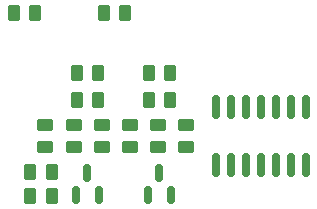
<source format=gbr>
%TF.GenerationSoftware,KiCad,Pcbnew,(6.0.0-0)*%
%TF.CreationDate,2022-11-10T22:51:00-05:00*%
%TF.ProjectId,VCA,5643412e-6b69-4636-9164-5f7063625858,rev?*%
%TF.SameCoordinates,Original*%
%TF.FileFunction,Paste,Bot*%
%TF.FilePolarity,Positive*%
%FSLAX46Y46*%
G04 Gerber Fmt 4.6, Leading zero omitted, Abs format (unit mm)*
G04 Created by KiCad (PCBNEW (6.0.0-0)) date 2022-11-10 22:51:00*
%MOMM*%
%LPD*%
G01*
G04 APERTURE LIST*
G04 Aperture macros list*
%AMRoundRect*
0 Rectangle with rounded corners*
0 $1 Rounding radius*
0 $2 $3 $4 $5 $6 $7 $8 $9 X,Y pos of 4 corners*
0 Add a 4 corners polygon primitive as box body*
4,1,4,$2,$3,$4,$5,$6,$7,$8,$9,$2,$3,0*
0 Add four circle primitives for the rounded corners*
1,1,$1+$1,$2,$3*
1,1,$1+$1,$4,$5*
1,1,$1+$1,$6,$7*
1,1,$1+$1,$8,$9*
0 Add four rect primitives between the rounded corners*
20,1,$1+$1,$2,$3,$4,$5,0*
20,1,$1+$1,$4,$5,$6,$7,0*
20,1,$1+$1,$6,$7,$8,$9,0*
20,1,$1+$1,$8,$9,$2,$3,0*%
G04 Aperture macros list end*
%ADD10RoundRect,0.250000X-0.262500X-0.450000X0.262500X-0.450000X0.262500X0.450000X-0.262500X0.450000X0*%
%ADD11RoundRect,0.250000X0.450000X-0.262500X0.450000X0.262500X-0.450000X0.262500X-0.450000X-0.262500X0*%
%ADD12RoundRect,0.250000X-0.450000X0.262500X-0.450000X-0.262500X0.450000X-0.262500X0.450000X0.262500X0*%
%ADD13RoundRect,0.150000X0.150000X-0.587500X0.150000X0.587500X-0.150000X0.587500X-0.150000X-0.587500X0*%
%ADD14RoundRect,0.250000X0.262500X0.450000X-0.262500X0.450000X-0.262500X-0.450000X0.262500X-0.450000X0*%
%ADD15RoundRect,0.150000X0.150000X-0.825000X0.150000X0.825000X-0.150000X0.825000X-0.150000X-0.825000X0*%
G04 APERTURE END LIST*
D10*
%TO.C,R1*%
X119344072Y-116973000D03*
X121169072Y-116973000D03*
%TD*%
D11*
%TO.C,R10*%
X114414572Y-128299500D03*
X114414572Y-126474500D03*
%TD*%
D12*
%TO.C,R7*%
X119189772Y-126474500D03*
X119189772Y-128299500D03*
%TD*%
D13*
%TO.C,Q2*%
X118920572Y-132388500D03*
X117020572Y-132388500D03*
X117970572Y-130513500D03*
%TD*%
D12*
%TO.C,R6*%
X121577372Y-126474500D03*
X121577372Y-128299500D03*
%TD*%
D14*
%TO.C,R14*%
X114969572Y-130435000D03*
X113144572Y-130435000D03*
%TD*%
D10*
%TO.C,R11*%
X117058072Y-122053000D03*
X118883072Y-122053000D03*
%TD*%
D11*
%TO.C,R9*%
X116802172Y-128299500D03*
X116802172Y-126474500D03*
%TD*%
%TO.C,R3*%
X126352572Y-128299500D03*
X126352572Y-126474500D03*
%TD*%
D12*
%TO.C,R5*%
X123964972Y-126474500D03*
X123964972Y-128299500D03*
%TD*%
D10*
%TO.C,R8*%
X117058072Y-124339000D03*
X118883072Y-124339000D03*
%TD*%
D14*
%TO.C,R4*%
X124979072Y-124339000D03*
X123154072Y-124339000D03*
%TD*%
D13*
%TO.C,Q1*%
X125016572Y-132388500D03*
X123116572Y-132388500D03*
X124066572Y-130513500D03*
%TD*%
D15*
%TO.C,U1*%
X136512572Y-129862000D03*
X135242572Y-129862000D03*
X133972572Y-129862000D03*
X132702572Y-129862000D03*
X131432572Y-129862000D03*
X130162572Y-129862000D03*
X128892572Y-129862000D03*
X128892572Y-124912000D03*
X130162572Y-124912000D03*
X131432572Y-124912000D03*
X132702572Y-124912000D03*
X133972572Y-124912000D03*
X135242572Y-124912000D03*
X136512572Y-124912000D03*
%TD*%
D10*
%TO.C,R13*%
X113144572Y-132467000D03*
X114969572Y-132467000D03*
%TD*%
%TO.C,R2*%
X123154072Y-122053000D03*
X124979072Y-122053000D03*
%TD*%
%TO.C,R12*%
X111724072Y-116973000D03*
X113549072Y-116973000D03*
%TD*%
M02*

</source>
